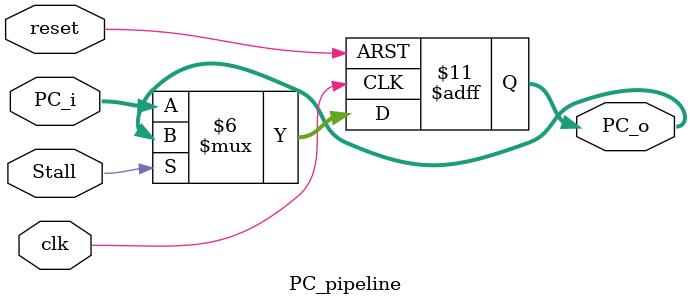
<source format=v>
module PC_pipeline(reset,clk,Stall,PC_i,PC_o);
    
    input reset,clk,Stall;            
    input [31:0] PC_i;
    output reg [31:0] PC_o; 
    reg [31:0] cnt=0;

    always@(posedge reset or posedge clk)
    begin
        if(reset) begin
            PC_o <= 0;
            cnt<=cnt+1;
        end else if(Stall) begin
            PC_o <= PC_o;
        end else begin
            PC_o <= PC_i;
            cnt<=cnt+1;
        end
    end
endmodule
</source>
